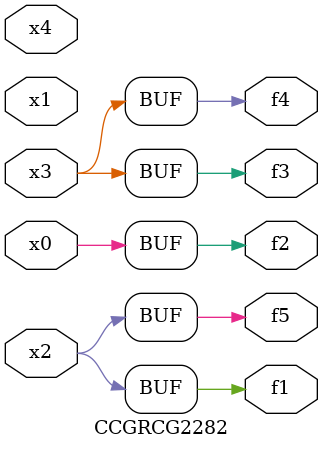
<source format=v>
module CCGRCG2282(
	input x0, x1, x2, x3, x4,
	output f1, f2, f3, f4, f5
);
	assign f1 = x2;
	assign f2 = x0;
	assign f3 = x3;
	assign f4 = x3;
	assign f5 = x2;
endmodule

</source>
